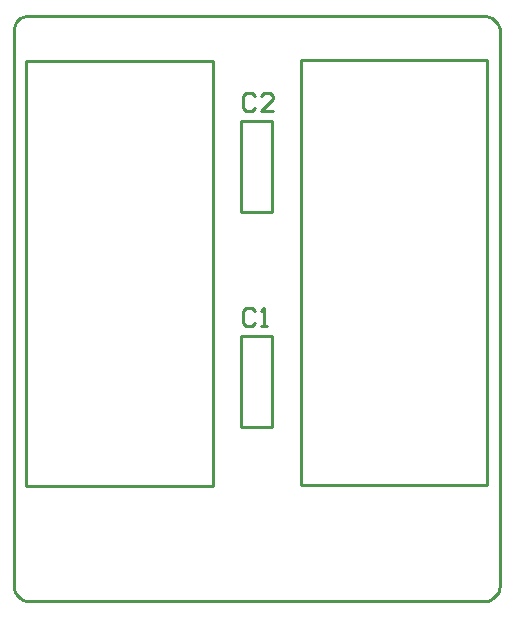
<source format=gto>
G04*
G04 #@! TF.GenerationSoftware,Altium Limited,Altium Designer,18.1.9 (240)*
G04*
G04 Layer_Color=65535*
%FSLAX25Y25*%
%MOIN*%
G70*
G01*
G75*
%ADD10C,0.01000*%
D10*
X631000Y88000D02*
X631976Y88096D01*
X632913Y88381D01*
X633778Y88843D01*
X634536Y89464D01*
X635157Y90222D01*
X635619Y91087D01*
X635904Y92024D01*
X636000Y93000D01*
X636023Y277500D02*
X635939Y278459D01*
X635690Y279389D01*
X635283Y280261D01*
X634731Y281050D01*
X634050Y281731D01*
X633261Y282283D01*
X632389Y282690D01*
X631459Y282939D01*
X630500Y283023D01*
X474000Y93000D02*
X474096Y92024D01*
X474381Y91087D01*
X474843Y90222D01*
X475464Y89464D01*
X476222Y88843D01*
X477087Y88381D01*
X478024Y88096D01*
X479000Y88000D01*
Y283000D02*
X478024Y282904D01*
X477087Y282619D01*
X476222Y282157D01*
X475464Y281536D01*
X474843Y280778D01*
X474381Y279913D01*
X474096Y278976D01*
X474000Y278000D01*
X478189Y126398D02*
Y253406D01*
Y126398D02*
X535059D01*
X540394Y126417D02*
Y134311D01*
X540374Y126398D02*
X540394Y126417D01*
X535059Y126398D02*
X540374D01*
X540394Y268051D02*
X540394Y134311D01*
X478287Y268051D02*
X540394D01*
X478189Y267953D02*
X478287Y268051D01*
X478189Y253406D02*
Y267953D01*
X549882Y217520D02*
X560118D01*
Y247835D01*
X549882D02*
X560118D01*
X549882Y217520D02*
Y247835D01*
X631811Y141201D02*
Y268209D01*
X574941D02*
X631811D01*
X569606Y260295D02*
Y268189D01*
X569626Y268209D01*
X574941D01*
X569606Y126555D02*
Y260295D01*
Y126555D02*
X631713D01*
X631811Y126654D01*
Y141201D01*
X549882Y145803D02*
X560118D01*
Y176118D01*
X549882D02*
X560118D01*
X549882Y145803D02*
Y176118D01*
X636000Y277500D02*
X636000Y93000D01*
X479000Y283000D02*
X630500D01*
X479000Y88000D02*
X631000D01*
X474000Y93000D02*
Y278000D01*
X554399Y256315D02*
X553399Y257315D01*
X551400D01*
X550400Y256315D01*
Y252316D01*
X551400Y251317D01*
X553399D01*
X554399Y252316D01*
X560397Y251317D02*
X556398D01*
X560397Y255315D01*
Y256315D01*
X559397Y257315D01*
X557398D01*
X556398Y256315D01*
X554349Y184663D02*
X553349Y185663D01*
X551350D01*
X550350Y184663D01*
Y180665D01*
X551350Y179665D01*
X553349D01*
X554349Y180665D01*
X556348Y179665D02*
X558347D01*
X557348D01*
Y185663D01*
X556348Y184663D01*
M02*

</source>
